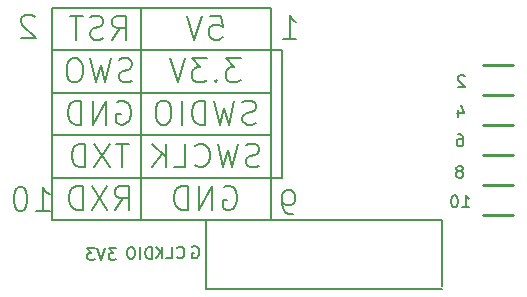
<source format=gbr>
%TF.GenerationSoftware,KiCad,Pcbnew,(5.1.9-0-10_14)*%
%TF.CreationDate,2021-03-11T22:52:10+08:00*%
%TF.ProjectId,stlinkv21,73746c69-6e6b-4763-9231-2e6b69636164,rev?*%
%TF.SameCoordinates,Original*%
%TF.FileFunction,Legend,Bot*%
%TF.FilePolarity,Positive*%
%FSLAX46Y46*%
G04 Gerber Fmt 4.6, Leading zero omitted, Abs format (unit mm)*
G04 Created by KiCad (PCBNEW (5.1.9-0-10_14)) date 2021-03-11 22:52:10*
%MOMM*%
%LPD*%
G01*
G04 APERTURE LIST*
%ADD10C,0.150000*%
%ADD11C,0.200000*%
%ADD12C,0.254000*%
G04 APERTURE END LIST*
D10*
X115408095Y-96352380D02*
X114789047Y-96352380D01*
X115122380Y-96733333D01*
X114979523Y-96733333D01*
X114884285Y-96780952D01*
X114836666Y-96828571D01*
X114789047Y-96923809D01*
X114789047Y-97161904D01*
X114836666Y-97257142D01*
X114884285Y-97304761D01*
X114979523Y-97352380D01*
X115265238Y-97352380D01*
X115360476Y-97304761D01*
X115408095Y-97257142D01*
X114503333Y-96352380D02*
X114170000Y-97352380D01*
X113836666Y-96352380D01*
X113598571Y-96352380D02*
X112979523Y-96352380D01*
X113312857Y-96733333D01*
X113170000Y-96733333D01*
X113074761Y-96780952D01*
X113027142Y-96828571D01*
X112979523Y-96923809D01*
X112979523Y-97161904D01*
X113027142Y-97257142D01*
X113074761Y-97304761D01*
X113170000Y-97352380D01*
X113455714Y-97352380D01*
X113550952Y-97304761D01*
X113598571Y-97257142D01*
X118433809Y-97262380D02*
X118433809Y-96262380D01*
X118195714Y-96262380D01*
X118052857Y-96310000D01*
X117957619Y-96405238D01*
X117910000Y-96500476D01*
X117862380Y-96690952D01*
X117862380Y-96833809D01*
X117910000Y-97024285D01*
X117957619Y-97119523D01*
X118052857Y-97214761D01*
X118195714Y-97262380D01*
X118433809Y-97262380D01*
X117433809Y-97262380D02*
X117433809Y-96262380D01*
X116767142Y-96262380D02*
X116576666Y-96262380D01*
X116481428Y-96310000D01*
X116386190Y-96405238D01*
X116338571Y-96595714D01*
X116338571Y-96929047D01*
X116386190Y-97119523D01*
X116481428Y-97214761D01*
X116576666Y-97262380D01*
X116767142Y-97262380D01*
X116862380Y-97214761D01*
X116957619Y-97119523D01*
X117005238Y-96929047D01*
X117005238Y-96595714D01*
X116957619Y-96405238D01*
X116862380Y-96310000D01*
X116767142Y-96262380D01*
X120575238Y-97137142D02*
X120622857Y-97184761D01*
X120765714Y-97232380D01*
X120860952Y-97232380D01*
X121003809Y-97184761D01*
X121099047Y-97089523D01*
X121146666Y-96994285D01*
X121194285Y-96803809D01*
X121194285Y-96660952D01*
X121146666Y-96470476D01*
X121099047Y-96375238D01*
X121003809Y-96280000D01*
X120860952Y-96232380D01*
X120765714Y-96232380D01*
X120622857Y-96280000D01*
X120575238Y-96327619D01*
X119670476Y-97232380D02*
X120146666Y-97232380D01*
X120146666Y-96232380D01*
X119337142Y-97232380D02*
X119337142Y-96232380D01*
X118765714Y-97232380D02*
X119194285Y-96660952D01*
X118765714Y-96232380D02*
X119337142Y-96803809D01*
X121868095Y-96260000D02*
X121963333Y-96212380D01*
X122106190Y-96212380D01*
X122249047Y-96260000D01*
X122344285Y-96355238D01*
X122391904Y-96450476D01*
X122439523Y-96640952D01*
X122439523Y-96783809D01*
X122391904Y-96974285D01*
X122344285Y-97069523D01*
X122249047Y-97164761D01*
X122106190Y-97212380D01*
X122010952Y-97212380D01*
X121868095Y-97164761D01*
X121820476Y-97117142D01*
X121820476Y-96783809D01*
X122010952Y-96783809D01*
D11*
X143000000Y-94000000D02*
X123030000Y-94000000D01*
X143000000Y-99600000D02*
X143000000Y-94000000D01*
X123030000Y-99800000D02*
X143000000Y-99800000D01*
X123000000Y-94000000D02*
X123000000Y-99800000D01*
X108650952Y-93204761D02*
X109793809Y-93204761D01*
X109222380Y-93204761D02*
X109222380Y-91204761D01*
X109412857Y-91490476D01*
X109603333Y-91680952D01*
X109793809Y-91776190D01*
X107412857Y-91204761D02*
X107222380Y-91204761D01*
X107031904Y-91300000D01*
X106936666Y-91395238D01*
X106841428Y-91585714D01*
X106746190Y-91966666D01*
X106746190Y-92442857D01*
X106841428Y-92823809D01*
X106936666Y-93014285D01*
X107031904Y-93109523D01*
X107222380Y-93204761D01*
X107412857Y-93204761D01*
X107603333Y-93109523D01*
X107698571Y-93014285D01*
X107793809Y-92823809D01*
X107889047Y-92442857D01*
X107889047Y-91966666D01*
X107793809Y-91585714D01*
X107698571Y-91395238D01*
X107603333Y-91300000D01*
X107412857Y-91204761D01*
X108521428Y-76785238D02*
X108426190Y-76690000D01*
X108235714Y-76594761D01*
X107759523Y-76594761D01*
X107569047Y-76690000D01*
X107473809Y-76785238D01*
X107378571Y-76975714D01*
X107378571Y-77166190D01*
X107473809Y-77451904D01*
X108616666Y-78594761D01*
X107378571Y-78594761D01*
X130400952Y-93474761D02*
X130020000Y-93474761D01*
X129829523Y-93379523D01*
X129734285Y-93284285D01*
X129543809Y-92998571D01*
X129448571Y-92617619D01*
X129448571Y-91855714D01*
X129543809Y-91665238D01*
X129639047Y-91570000D01*
X129829523Y-91474761D01*
X130210476Y-91474761D01*
X130400952Y-91570000D01*
X130496190Y-91665238D01*
X130591428Y-91855714D01*
X130591428Y-92331904D01*
X130496190Y-92522380D01*
X130400952Y-92617619D01*
X130210476Y-92712857D01*
X129829523Y-92712857D01*
X129639047Y-92617619D01*
X129543809Y-92522380D01*
X129448571Y-92331904D01*
X129538571Y-78644761D02*
X130681428Y-78644761D01*
X130110000Y-78644761D02*
X130110000Y-76644761D01*
X130300476Y-76930476D01*
X130490952Y-77120952D01*
X130681428Y-77216190D01*
D10*
X144730476Y-92892380D02*
X145301904Y-92892380D01*
X145016190Y-92892380D02*
X145016190Y-91892380D01*
X145111428Y-92035238D01*
X145206666Y-92130476D01*
X145301904Y-92178095D01*
X144111428Y-91892380D02*
X144016190Y-91892380D01*
X143920952Y-91940000D01*
X143873333Y-91987619D01*
X143825714Y-92082857D01*
X143778095Y-92273333D01*
X143778095Y-92511428D01*
X143825714Y-92701904D01*
X143873333Y-92797142D01*
X143920952Y-92844761D01*
X144016190Y-92892380D01*
X144111428Y-92892380D01*
X144206666Y-92844761D01*
X144254285Y-92797142D01*
X144301904Y-92701904D01*
X144349523Y-92511428D01*
X144349523Y-92273333D01*
X144301904Y-92082857D01*
X144254285Y-91987619D01*
X144206666Y-91940000D01*
X144111428Y-91892380D01*
X144595238Y-89840952D02*
X144690476Y-89793333D01*
X144738095Y-89745714D01*
X144785714Y-89650476D01*
X144785714Y-89602857D01*
X144738095Y-89507619D01*
X144690476Y-89460000D01*
X144595238Y-89412380D01*
X144404761Y-89412380D01*
X144309523Y-89460000D01*
X144261904Y-89507619D01*
X144214285Y-89602857D01*
X144214285Y-89650476D01*
X144261904Y-89745714D01*
X144309523Y-89793333D01*
X144404761Y-89840952D01*
X144595238Y-89840952D01*
X144690476Y-89888571D01*
X144738095Y-89936190D01*
X144785714Y-90031428D01*
X144785714Y-90221904D01*
X144738095Y-90317142D01*
X144690476Y-90364761D01*
X144595238Y-90412380D01*
X144404761Y-90412380D01*
X144309523Y-90364761D01*
X144261904Y-90317142D01*
X144214285Y-90221904D01*
X144214285Y-90031428D01*
X144261904Y-89936190D01*
X144309523Y-89888571D01*
X144404761Y-89840952D01*
X144349523Y-86722380D02*
X144540000Y-86722380D01*
X144635238Y-86770000D01*
X144682857Y-86817619D01*
X144778095Y-86960476D01*
X144825714Y-87150952D01*
X144825714Y-87531904D01*
X144778095Y-87627142D01*
X144730476Y-87674761D01*
X144635238Y-87722380D01*
X144444761Y-87722380D01*
X144349523Y-87674761D01*
X144301904Y-87627142D01*
X144254285Y-87531904D01*
X144254285Y-87293809D01*
X144301904Y-87198571D01*
X144349523Y-87150952D01*
X144444761Y-87103333D01*
X144635238Y-87103333D01*
X144730476Y-87150952D01*
X144778095Y-87198571D01*
X144825714Y-87293809D01*
X144399523Y-84625714D02*
X144399523Y-85292380D01*
X144637619Y-84244761D02*
X144875714Y-84959047D01*
X144256666Y-84959047D01*
X144915714Y-81827619D02*
X144868095Y-81780000D01*
X144772857Y-81732380D01*
X144534761Y-81732380D01*
X144439523Y-81780000D01*
X144391904Y-81827619D01*
X144344285Y-81922857D01*
X144344285Y-82018095D01*
X144391904Y-82160952D01*
X144963333Y-82732380D01*
X144344285Y-82732380D01*
D11*
X129500000Y-90400000D02*
X128400000Y-90400000D01*
X129500000Y-79610000D02*
X129500000Y-90310000D01*
X128450000Y-79600000D02*
X129500000Y-79600000D01*
X115333333Y-93104761D02*
X116000000Y-92152380D01*
X116476190Y-93104761D02*
X116476190Y-91104761D01*
X115714285Y-91104761D01*
X115523809Y-91200000D01*
X115428571Y-91295238D01*
X115333333Y-91485714D01*
X115333333Y-91771428D01*
X115428571Y-91961904D01*
X115523809Y-92057142D01*
X115714285Y-92152380D01*
X116476190Y-92152380D01*
X114666666Y-91104761D02*
X113333333Y-93104761D01*
X113333333Y-91104761D02*
X114666666Y-93104761D01*
X112571428Y-93104761D02*
X112571428Y-91104761D01*
X112095238Y-91104761D01*
X111809523Y-91200000D01*
X111619047Y-91390476D01*
X111523809Y-91580952D01*
X111428571Y-91961904D01*
X111428571Y-92247619D01*
X111523809Y-92628571D01*
X111619047Y-92819047D01*
X111809523Y-93009523D01*
X112095238Y-93104761D01*
X112571428Y-93104761D01*
X116523809Y-87504761D02*
X115380952Y-87504761D01*
X115952380Y-89504761D02*
X115952380Y-87504761D01*
X114904761Y-87504761D02*
X113571428Y-89504761D01*
X113571428Y-87504761D02*
X114904761Y-89504761D01*
X112809523Y-89504761D02*
X112809523Y-87504761D01*
X112333333Y-87504761D01*
X112047619Y-87600000D01*
X111857142Y-87790476D01*
X111761904Y-87980952D01*
X111666666Y-88361904D01*
X111666666Y-88647619D01*
X111761904Y-89028571D01*
X111857142Y-89219047D01*
X112047619Y-89409523D01*
X112333333Y-89504761D01*
X112809523Y-89504761D01*
X116761904Y-82209523D02*
X116476190Y-82304761D01*
X116000000Y-82304761D01*
X115809523Y-82209523D01*
X115714285Y-82114285D01*
X115619047Y-81923809D01*
X115619047Y-81733333D01*
X115714285Y-81542857D01*
X115809523Y-81447619D01*
X116000000Y-81352380D01*
X116380952Y-81257142D01*
X116571428Y-81161904D01*
X116666666Y-81066666D01*
X116761904Y-80876190D01*
X116761904Y-80685714D01*
X116666666Y-80495238D01*
X116571428Y-80400000D01*
X116380952Y-80304761D01*
X115904761Y-80304761D01*
X115619047Y-80400000D01*
X114952380Y-80304761D02*
X114476190Y-82304761D01*
X114095238Y-80876190D01*
X113714285Y-82304761D01*
X113238095Y-80304761D01*
X112095238Y-80304761D02*
X111714285Y-80304761D01*
X111523809Y-80400000D01*
X111333333Y-80590476D01*
X111238095Y-80971428D01*
X111238095Y-81638095D01*
X111333333Y-82019047D01*
X111523809Y-82209523D01*
X111714285Y-82304761D01*
X112095238Y-82304761D01*
X112285714Y-82209523D01*
X112476190Y-82019047D01*
X112571428Y-81638095D01*
X112571428Y-80971428D01*
X112476190Y-80590476D01*
X112285714Y-80400000D01*
X112095238Y-80304761D01*
X115095238Y-78704761D02*
X115761904Y-77752380D01*
X116238095Y-78704761D02*
X116238095Y-76704761D01*
X115476190Y-76704761D01*
X115285714Y-76800000D01*
X115190476Y-76895238D01*
X115095238Y-77085714D01*
X115095238Y-77371428D01*
X115190476Y-77561904D01*
X115285714Y-77657142D01*
X115476190Y-77752380D01*
X116238095Y-77752380D01*
X114333333Y-78609523D02*
X114047619Y-78704761D01*
X113571428Y-78704761D01*
X113380952Y-78609523D01*
X113285714Y-78514285D01*
X113190476Y-78323809D01*
X113190476Y-78133333D01*
X113285714Y-77942857D01*
X113380952Y-77847619D01*
X113571428Y-77752380D01*
X113952380Y-77657142D01*
X114142857Y-77561904D01*
X114238095Y-77466666D01*
X114333333Y-77276190D01*
X114333333Y-77085714D01*
X114238095Y-76895238D01*
X114142857Y-76800000D01*
X113952380Y-76704761D01*
X113476190Y-76704761D01*
X113190476Y-76800000D01*
X112619047Y-76704761D02*
X111476190Y-76704761D01*
X112047619Y-78704761D02*
X112047619Y-76704761D01*
X115523809Y-84000000D02*
X115714285Y-83904761D01*
X116000000Y-83904761D01*
X116285714Y-84000000D01*
X116476190Y-84190476D01*
X116571428Y-84380952D01*
X116666666Y-84761904D01*
X116666666Y-85047619D01*
X116571428Y-85428571D01*
X116476190Y-85619047D01*
X116285714Y-85809523D01*
X116000000Y-85904761D01*
X115809523Y-85904761D01*
X115523809Y-85809523D01*
X115428571Y-85714285D01*
X115428571Y-85047619D01*
X115809523Y-85047619D01*
X114571428Y-85904761D02*
X114571428Y-83904761D01*
X113428571Y-85904761D01*
X113428571Y-83904761D01*
X112476190Y-85904761D02*
X112476190Y-83904761D01*
X112000000Y-83904761D01*
X111714285Y-84000000D01*
X111523809Y-84190476D01*
X111428571Y-84380952D01*
X111333333Y-84761904D01*
X111333333Y-85047619D01*
X111428571Y-85428571D01*
X111523809Y-85619047D01*
X111714285Y-85809523D01*
X112000000Y-85904761D01*
X112476190Y-85904761D01*
X124523809Y-91200000D02*
X124714285Y-91104761D01*
X125000000Y-91104761D01*
X125285714Y-91200000D01*
X125476190Y-91390476D01*
X125571428Y-91580952D01*
X125666666Y-91961904D01*
X125666666Y-92247619D01*
X125571428Y-92628571D01*
X125476190Y-92819047D01*
X125285714Y-93009523D01*
X125000000Y-93104761D01*
X124809523Y-93104761D01*
X124523809Y-93009523D01*
X124428571Y-92914285D01*
X124428571Y-92247619D01*
X124809523Y-92247619D01*
X123571428Y-93104761D02*
X123571428Y-91104761D01*
X122428571Y-93104761D01*
X122428571Y-91104761D01*
X121476190Y-93104761D02*
X121476190Y-91104761D01*
X121000000Y-91104761D01*
X120714285Y-91200000D01*
X120523809Y-91390476D01*
X120428571Y-91580952D01*
X120333333Y-91961904D01*
X120333333Y-92247619D01*
X120428571Y-92628571D01*
X120523809Y-92819047D01*
X120714285Y-93009523D01*
X121000000Y-93104761D01*
X121476190Y-93104761D01*
X127523809Y-89409523D02*
X127238095Y-89504761D01*
X126761904Y-89504761D01*
X126571428Y-89409523D01*
X126476190Y-89314285D01*
X126380952Y-89123809D01*
X126380952Y-88933333D01*
X126476190Y-88742857D01*
X126571428Y-88647619D01*
X126761904Y-88552380D01*
X127142857Y-88457142D01*
X127333333Y-88361904D01*
X127428571Y-88266666D01*
X127523809Y-88076190D01*
X127523809Y-87885714D01*
X127428571Y-87695238D01*
X127333333Y-87600000D01*
X127142857Y-87504761D01*
X126666666Y-87504761D01*
X126380952Y-87600000D01*
X125714285Y-87504761D02*
X125238095Y-89504761D01*
X124857142Y-88076190D01*
X124476190Y-89504761D01*
X124000000Y-87504761D01*
X122095238Y-89314285D02*
X122190476Y-89409523D01*
X122476190Y-89504761D01*
X122666666Y-89504761D01*
X122952380Y-89409523D01*
X123142857Y-89219047D01*
X123238095Y-89028571D01*
X123333333Y-88647619D01*
X123333333Y-88361904D01*
X123238095Y-87980952D01*
X123142857Y-87790476D01*
X122952380Y-87600000D01*
X122666666Y-87504761D01*
X122476190Y-87504761D01*
X122190476Y-87600000D01*
X122095238Y-87695238D01*
X120285714Y-89504761D02*
X121238095Y-89504761D01*
X121238095Y-87504761D01*
X119619047Y-89504761D02*
X119619047Y-87504761D01*
X118476190Y-89504761D02*
X119333333Y-88361904D01*
X118476190Y-87504761D02*
X119619047Y-88647619D01*
X127238095Y-85809523D02*
X126952380Y-85904761D01*
X126476190Y-85904761D01*
X126285714Y-85809523D01*
X126190476Y-85714285D01*
X126095238Y-85523809D01*
X126095238Y-85333333D01*
X126190476Y-85142857D01*
X126285714Y-85047619D01*
X126476190Y-84952380D01*
X126857142Y-84857142D01*
X127047619Y-84761904D01*
X127142857Y-84666666D01*
X127238095Y-84476190D01*
X127238095Y-84285714D01*
X127142857Y-84095238D01*
X127047619Y-84000000D01*
X126857142Y-83904761D01*
X126380952Y-83904761D01*
X126095238Y-84000000D01*
X125428571Y-83904761D02*
X124952380Y-85904761D01*
X124571428Y-84476190D01*
X124190476Y-85904761D01*
X123714285Y-83904761D01*
X122952380Y-85904761D02*
X122952380Y-83904761D01*
X122476190Y-83904761D01*
X122190476Y-84000000D01*
X122000000Y-84190476D01*
X121904761Y-84380952D01*
X121809523Y-84761904D01*
X121809523Y-85047619D01*
X121904761Y-85428571D01*
X122000000Y-85619047D01*
X122190476Y-85809523D01*
X122476190Y-85904761D01*
X122952380Y-85904761D01*
X120952380Y-85904761D02*
X120952380Y-83904761D01*
X119619047Y-83904761D02*
X119238095Y-83904761D01*
X119047619Y-84000000D01*
X118857142Y-84190476D01*
X118761904Y-84571428D01*
X118761904Y-85238095D01*
X118857142Y-85619047D01*
X119047619Y-85809523D01*
X119238095Y-85904761D01*
X119619047Y-85904761D01*
X119809523Y-85809523D01*
X120000000Y-85619047D01*
X120095238Y-85238095D01*
X120095238Y-84571428D01*
X120000000Y-84190476D01*
X119809523Y-84000000D01*
X119619047Y-83904761D01*
X125952380Y-80304761D02*
X124714285Y-80304761D01*
X125380952Y-81066666D01*
X125095238Y-81066666D01*
X124904761Y-81161904D01*
X124809523Y-81257142D01*
X124714285Y-81447619D01*
X124714285Y-81923809D01*
X124809523Y-82114285D01*
X124904761Y-82209523D01*
X125095238Y-82304761D01*
X125666666Y-82304761D01*
X125857142Y-82209523D01*
X125952380Y-82114285D01*
X123857142Y-82114285D02*
X123761904Y-82209523D01*
X123857142Y-82304761D01*
X123952380Y-82209523D01*
X123857142Y-82114285D01*
X123857142Y-82304761D01*
X123095238Y-80304761D02*
X121857142Y-80304761D01*
X122523809Y-81066666D01*
X122238095Y-81066666D01*
X122047619Y-81161904D01*
X121952380Y-81257142D01*
X121857142Y-81447619D01*
X121857142Y-81923809D01*
X121952380Y-82114285D01*
X122047619Y-82209523D01*
X122238095Y-82304761D01*
X122809523Y-82304761D01*
X123000000Y-82209523D01*
X123095238Y-82114285D01*
X121285714Y-80304761D02*
X120619047Y-82304761D01*
X119952380Y-80304761D01*
X123380952Y-76704761D02*
X124333333Y-76704761D01*
X124428571Y-77657142D01*
X124333333Y-77561904D01*
X124142857Y-77466666D01*
X123666666Y-77466666D01*
X123476190Y-77561904D01*
X123380952Y-77657142D01*
X123285714Y-77847619D01*
X123285714Y-78323809D01*
X123380952Y-78514285D01*
X123476190Y-78609523D01*
X123666666Y-78704761D01*
X124142857Y-78704761D01*
X124333333Y-78609523D01*
X124428571Y-78514285D01*
X122714285Y-76704761D02*
X122047619Y-78704761D01*
X121380952Y-76704761D01*
X117500000Y-94000000D02*
X117500000Y-76000000D01*
X110000000Y-90400000D02*
X128500000Y-90400000D01*
X110000000Y-86800000D02*
X128500000Y-86800000D01*
X110000000Y-83200000D02*
X128500000Y-83200000D01*
X110000000Y-79600000D02*
X128500000Y-79600000D01*
X110000000Y-94000000D02*
X110000000Y-76000000D01*
X110000000Y-94000000D02*
X128500000Y-94000000D01*
X128500000Y-76000000D02*
X128500000Y-94000000D01*
X110000000Y-76000000D02*
X128500000Y-76000000D01*
D12*
%TO.C,J4*%
X146460000Y-83440000D02*
X149000000Y-83440000D01*
X146460000Y-85980000D02*
X149000000Y-85980000D01*
X146460000Y-88520000D02*
X149000000Y-88520000D01*
X146460000Y-91060000D02*
X149000000Y-91060000D01*
X146460000Y-93600000D02*
X149000000Y-93600000D01*
X146460000Y-80900000D02*
X149000000Y-80900000D01*
%TD*%
M02*

</source>
